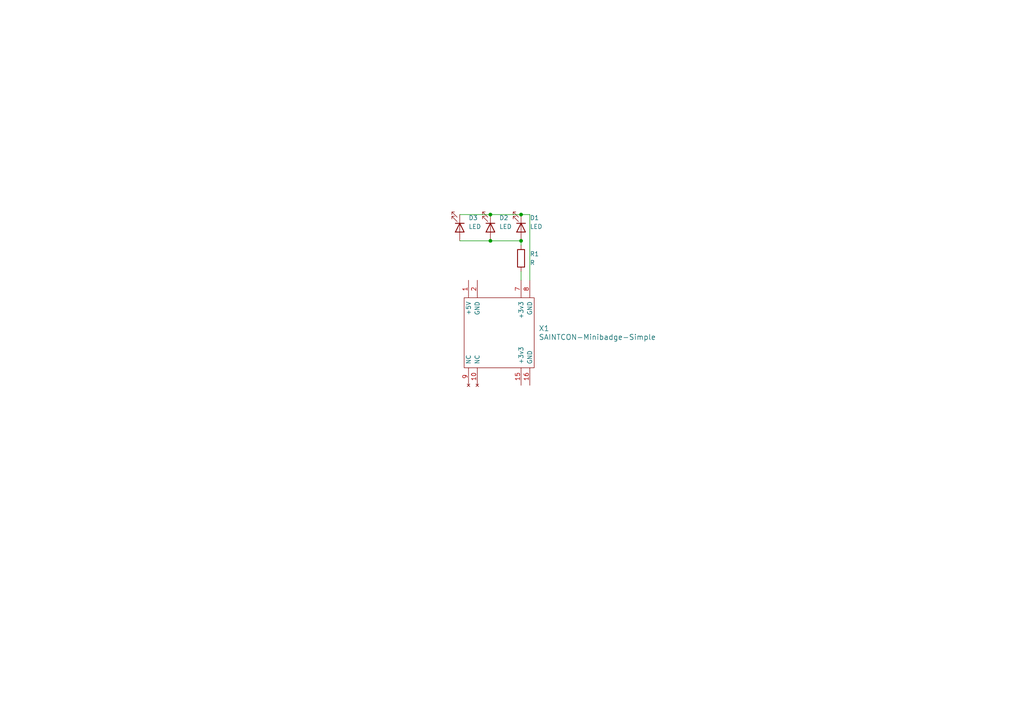
<source format=kicad_sch>
(kicad_sch
	(version 20231120)
	(generator "eeschema")
	(generator_version "8.0")
	(uuid "1e97f6ac-24fe-4635-889a-d89a0466b0ca")
	(paper "A4")
	(lib_symbols
		(symbol "Device:LED"
			(pin_numbers hide)
			(pin_names
				(offset 1.016) hide)
			(exclude_from_sim no)
			(in_bom yes)
			(on_board yes)
			(property "Reference" "D"
				(at 0 2.54 0)
				(effects
					(font
						(size 1.27 1.27)
					)
				)
			)
			(property "Value" "LED"
				(at 0 -2.54 0)
				(effects
					(font
						(size 1.27 1.27)
					)
				)
			)
			(property "Footprint" ""
				(at 0 0 0)
				(effects
					(font
						(size 1.27 1.27)
					)
					(hide yes)
				)
			)
			(property "Datasheet" "~"
				(at 0 0 0)
				(effects
					(font
						(size 1.27 1.27)
					)
					(hide yes)
				)
			)
			(property "Description" "Light emitting diode"
				(at 0 0 0)
				(effects
					(font
						(size 1.27 1.27)
					)
					(hide yes)
				)
			)
			(property "ki_keywords" "LED diode"
				(at 0 0 0)
				(effects
					(font
						(size 1.27 1.27)
					)
					(hide yes)
				)
			)
			(property "ki_fp_filters" "LED* LED_SMD:* LED_THT:*"
				(at 0 0 0)
				(effects
					(font
						(size 1.27 1.27)
					)
					(hide yes)
				)
			)
			(symbol "LED_0_1"
				(polyline
					(pts
						(xy -1.27 -1.27) (xy -1.27 1.27)
					)
					(stroke
						(width 0.254)
						(type default)
					)
					(fill
						(type none)
					)
				)
				(polyline
					(pts
						(xy -1.27 0) (xy 1.27 0)
					)
					(stroke
						(width 0)
						(type default)
					)
					(fill
						(type none)
					)
				)
				(polyline
					(pts
						(xy 1.27 -1.27) (xy 1.27 1.27) (xy -1.27 0) (xy 1.27 -1.27)
					)
					(stroke
						(width 0.254)
						(type default)
					)
					(fill
						(type none)
					)
				)
				(polyline
					(pts
						(xy -3.048 -0.762) (xy -4.572 -2.286) (xy -3.81 -2.286) (xy -4.572 -2.286) (xy -4.572 -1.524)
					)
					(stroke
						(width 0)
						(type default)
					)
					(fill
						(type none)
					)
				)
				(polyline
					(pts
						(xy -1.778 -0.762) (xy -3.302 -2.286) (xy -2.54 -2.286) (xy -3.302 -2.286) (xy -3.302 -1.524)
					)
					(stroke
						(width 0)
						(type default)
					)
					(fill
						(type none)
					)
				)
			)
			(symbol "LED_1_1"
				(pin passive line
					(at -3.81 0 0)
					(length 2.54)
					(name "K"
						(effects
							(font
								(size 1.27 1.27)
							)
						)
					)
					(number "1"
						(effects
							(font
								(size 1.27 1.27)
							)
						)
					)
				)
				(pin passive line
					(at 3.81 0 180)
					(length 2.54)
					(name "A"
						(effects
							(font
								(size 1.27 1.27)
							)
						)
					)
					(number "2"
						(effects
							(font
								(size 1.27 1.27)
							)
						)
					)
				)
			)
		)
		(symbol "Device:R"
			(pin_numbers hide)
			(pin_names
				(offset 0)
			)
			(exclude_from_sim no)
			(in_bom yes)
			(on_board yes)
			(property "Reference" "R"
				(at 2.032 0 90)
				(effects
					(font
						(size 1.27 1.27)
					)
				)
			)
			(property "Value" "R"
				(at 0 0 90)
				(effects
					(font
						(size 1.27 1.27)
					)
				)
			)
			(property "Footprint" ""
				(at -1.778 0 90)
				(effects
					(font
						(size 1.27 1.27)
					)
					(hide yes)
				)
			)
			(property "Datasheet" "~"
				(at 0 0 0)
				(effects
					(font
						(size 1.27 1.27)
					)
					(hide yes)
				)
			)
			(property "Description" "Resistor"
				(at 0 0 0)
				(effects
					(font
						(size 1.27 1.27)
					)
					(hide yes)
				)
			)
			(property "ki_keywords" "R res resistor"
				(at 0 0 0)
				(effects
					(font
						(size 1.27 1.27)
					)
					(hide yes)
				)
			)
			(property "ki_fp_filters" "R_*"
				(at 0 0 0)
				(effects
					(font
						(size 1.27 1.27)
					)
					(hide yes)
				)
			)
			(symbol "R_0_1"
				(rectangle
					(start -1.016 -2.54)
					(end 1.016 2.54)
					(stroke
						(width 0.254)
						(type default)
					)
					(fill
						(type none)
					)
				)
			)
			(symbol "R_1_1"
				(pin passive line
					(at 0 3.81 270)
					(length 1.27)
					(name "~"
						(effects
							(font
								(size 1.27 1.27)
							)
						)
					)
					(number "1"
						(effects
							(font
								(size 1.27 1.27)
							)
						)
					)
				)
				(pin passive line
					(at 0 -3.81 90)
					(length 1.27)
					(name "~"
						(effects
							(font
								(size 1.27 1.27)
							)
						)
					)
					(number "2"
						(effects
							(font
								(size 1.27 1.27)
							)
						)
					)
				)
			)
		)
		(symbol "saintcon-minibadge:SAINTCON-Minibadge-Simple"
			(pin_names
				(offset 1.016)
			)
			(exclude_from_sim no)
			(in_bom yes)
			(on_board yes)
			(property "Reference" "X"
				(at 11.43 8.89 0)
				(effects
					(font
						(size 1.524 1.524)
					)
					(justify left)
				)
			)
			(property "Value" "SAINTCON-Minibadge-Simple"
				(at 11.43 6.35 0)
				(effects
					(font
						(size 1.524 1.524)
					)
					(justify left)
				)
			)
			(property "Footprint" ""
				(at 0 1.27 0)
				(effects
					(font
						(size 1.524 1.524)
					)
					(hide yes)
				)
			)
			(property "Datasheet" ""
				(at 0 1.27 0)
				(effects
					(font
						(size 1.524 1.524)
					)
					(hide yes)
				)
			)
			(property "Description" ""
				(at 0 0 0)
				(effects
					(font
						(size 1.27 1.27)
					)
					(hide yes)
				)
			)
			(symbol "SAINTCON-Minibadge-Simple_0_1"
				(rectangle
					(start -10.16 10.16)
					(end 10.16 -10.16)
					(stroke
						(width 0)
						(type solid)
					)
					(fill
						(type none)
					)
				)
			)
			(symbol "SAINTCON-Minibadge-Simple_1_1"
				(pin power_in line
					(at -8.89 15.24 270)
					(length 5.08)
					(name "+5V"
						(effects
							(font
								(size 1.27 1.27)
							)
						)
					)
					(number "1"
						(effects
							(font
								(size 1.27 1.27)
							)
						)
					)
				)
				(pin no_connect line
					(at -6.35 -15.24 90)
					(length 5.08)
					(name "NC"
						(effects
							(font
								(size 1.27 1.27)
							)
						)
					)
					(number "10"
						(effects
							(font
								(size 1.27 1.27)
							)
						)
					)
				)
				(pin power_in line
					(at 6.35 -15.24 90)
					(length 5.08)
					(name "+3v3"
						(effects
							(font
								(size 1.27 1.27)
							)
						)
					)
					(number "15"
						(effects
							(font
								(size 1.27 1.27)
							)
						)
					)
				)
				(pin power_in line
					(at 8.89 -15.24 90)
					(length 5.08)
					(name "GND"
						(effects
							(font
								(size 1.27 1.27)
							)
						)
					)
					(number "16"
						(effects
							(font
								(size 1.27 1.27)
							)
						)
					)
				)
				(pin power_in line
					(at -6.35 15.24 270)
					(length 5.08)
					(name "GND"
						(effects
							(font
								(size 1.27 1.27)
							)
						)
					)
					(number "2"
						(effects
							(font
								(size 1.27 1.27)
							)
						)
					)
				)
				(pin power_in line
					(at 6.35 15.24 270)
					(length 5.08)
					(name "+3v3"
						(effects
							(font
								(size 1.27 1.27)
							)
						)
					)
					(number "7"
						(effects
							(font
								(size 1.27 1.27)
							)
						)
					)
				)
				(pin power_in line
					(at 8.89 15.24 270)
					(length 5.08)
					(name "GND"
						(effects
							(font
								(size 1.27 1.27)
							)
						)
					)
					(number "8"
						(effects
							(font
								(size 1.27 1.27)
							)
						)
					)
				)
				(pin no_connect line
					(at -8.89 -15.24 90)
					(length 5.08)
					(name "NC"
						(effects
							(font
								(size 1.27 1.27)
							)
						)
					)
					(number "9"
						(effects
							(font
								(size 1.27 1.27)
							)
						)
					)
				)
			)
		)
	)
	(junction
		(at 142.24 62.23)
		(diameter 0)
		(color 0 0 0 0)
		(uuid "1ae8d0bf-a4ff-4b5f-bf06-4117115dd78d")
	)
	(junction
		(at 151.13 62.23)
		(diameter 0)
		(color 0 0 0 0)
		(uuid "540d9c13-4e99-4857-8f0e-c07575053836")
	)
	(junction
		(at 142.24 69.85)
		(diameter 0)
		(color 0 0 0 0)
		(uuid "c3ce999a-5c87-4397-a21a-bbeaca9e1b37")
	)
	(junction
		(at 151.13 69.85)
		(diameter 0)
		(color 0 0 0 0)
		(uuid "ee3556ca-1403-4f79-966f-fb64b068e154")
	)
	(wire
		(pts
			(xy 142.24 62.23) (xy 151.13 62.23)
		)
		(stroke
			(width 0)
			(type default)
		)
		(uuid "69719fe8-c262-4acc-923f-68657161fdc3")
	)
	(wire
		(pts
			(xy 151.13 69.85) (xy 151.13 71.12)
		)
		(stroke
			(width 0)
			(type default)
		)
		(uuid "738055c9-8f22-4c41-86ab-007b305fd2e4")
	)
	(wire
		(pts
			(xy 151.13 62.23) (xy 153.67 62.23)
		)
		(stroke
			(width 0)
			(type default)
		)
		(uuid "7973b6a2-f169-41da-8cc1-fb12a610340b")
	)
	(wire
		(pts
			(xy 133.35 69.85) (xy 142.24 69.85)
		)
		(stroke
			(width 0)
			(type default)
		)
		(uuid "7abed98a-e763-4bb4-8e41-09c12533883b")
	)
	(wire
		(pts
			(xy 151.13 78.74) (xy 151.13 81.28)
		)
		(stroke
			(width 0)
			(type default)
		)
		(uuid "7fe26b1e-9e7f-4fe9-a711-db14527b0d28")
	)
	(wire
		(pts
			(xy 142.24 69.85) (xy 151.13 69.85)
		)
		(stroke
			(width 0)
			(type default)
		)
		(uuid "8912e61c-1b9f-442a-8447-1bc6c4050c95")
	)
	(wire
		(pts
			(xy 133.35 62.23) (xy 142.24 62.23)
		)
		(stroke
			(width 0)
			(type default)
		)
		(uuid "b8c89740-07d8-40e0-85d4-4da967171c23")
	)
	(wire
		(pts
			(xy 153.67 62.23) (xy 153.67 81.28)
		)
		(stroke
			(width 0)
			(type default)
		)
		(uuid "f9bd79b9-e41b-4ef4-9899-97524b1b8496")
	)
	(symbol
		(lib_id "Device:LED")
		(at 151.13 66.04 270)
		(unit 1)
		(exclude_from_sim no)
		(in_bom yes)
		(on_board yes)
		(dnp no)
		(fields_autoplaced yes)
		(uuid "59d41298-3e8f-4055-8fa2-10d0ce7dffbd")
		(property "Reference" "D1"
			(at 153.67 63.1825 90)
			(effects
				(font
					(size 1.27 1.27)
				)
				(justify left)
			)
		)
		(property "Value" "LED"
			(at 153.67 65.7225 90)
			(effects
				(font
					(size 1.27 1.27)
				)
				(justify left)
			)
		)
		(property "Footprint" "LED_SMD:LED_1206_3216Metric_Pad1.42x1.75mm_HandSolder"
			(at 151.13 66.04 0)
			(effects
				(font
					(size 1.27 1.27)
				)
				(hide yes)
			)
		)
		(property "Datasheet" "~"
			(at 151.13 66.04 0)
			(effects
				(font
					(size 1.27 1.27)
				)
				(hide yes)
			)
		)
		(property "Description" ""
			(at 151.13 66.04 0)
			(effects
				(font
					(size 1.27 1.27)
				)
				(hide yes)
			)
		)
		(pin "2"
			(uuid "a512c71c-795e-44d7-bedb-bae8dac29af2")
		)
		(pin "1"
			(uuid "8a266663-8206-4173-8a54-57c44524f28f")
		)
		(instances
			(project "pips_first_minibadge"
				(path "/1e97f6ac-24fe-4635-889a-d89a0466b0ca"
					(reference "D1")
					(unit 1)
				)
			)
		)
	)
	(symbol
		(lib_id "saintcon-minibadge:SAINTCON-Minibadge-Simple")
		(at 144.78 96.52 0)
		(unit 1)
		(exclude_from_sim no)
		(in_bom yes)
		(on_board yes)
		(dnp no)
		(fields_autoplaced yes)
		(uuid "7a838f78-7fa3-4d7f-9970-89af40a2dee4")
		(property "Reference" "X1"
			(at 156.21 95.25 0)
			(effects
				(font
					(size 1.524 1.524)
				)
				(justify left)
			)
		)
		(property "Value" "SAINTCON-Minibadge-Simple"
			(at 156.21 97.79 0)
			(effects
				(font
					(size 1.524 1.524)
				)
				(justify left)
			)
		)
		(property "Footprint" "minibadge_kicad:SAINTCON-Minibadge-Simple"
			(at 144.78 95.25 0)
			(effects
				(font
					(size 1.524 1.524)
				)
				(hide yes)
			)
		)
		(property "Datasheet" ""
			(at 144.78 95.25 0)
			(effects
				(font
					(size 1.524 1.524)
				)
				(hide yes)
			)
		)
		(property "Description" ""
			(at 144.78 96.52 0)
			(effects
				(font
					(size 1.27 1.27)
				)
				(hide yes)
			)
		)
		(pin "15"
			(uuid "91402f9d-445e-4522-9a31-aa5a6b6f36e7")
		)
		(pin "2"
			(uuid "b2895238-870e-45c9-9a99-ff32b2231843")
		)
		(pin "1"
			(uuid "df98a06c-028b-4562-b77e-b3dca3ec1a9f")
		)
		(pin "10"
			(uuid "2bd3b091-3563-477b-9a0a-6e2a4580687c")
		)
		(pin "8"
			(uuid "a533011d-f0b0-4fe3-a0af-19edd55babc3")
		)
		(pin "9"
			(uuid "4f6b95cb-8bb3-4365-96e8-81aeaa000492")
		)
		(pin "16"
			(uuid "34f8720f-6be2-4da3-9a38-e6491a1a5905")
		)
		(pin "7"
			(uuid "545e8160-0bf6-4d33-9de2-e7edb3268e5d")
		)
		(instances
			(project "pips_first_minibadge"
				(path "/1e97f6ac-24fe-4635-889a-d89a0466b0ca"
					(reference "X1")
					(unit 1)
				)
			)
		)
	)
	(symbol
		(lib_id "Device:R")
		(at 151.13 74.93 180)
		(unit 1)
		(exclude_from_sim no)
		(in_bom yes)
		(on_board yes)
		(dnp no)
		(fields_autoplaced yes)
		(uuid "92ff3020-58fa-429b-b591-82683a8051bb")
		(property "Reference" "R1"
			(at 153.67 73.66 0)
			(effects
				(font
					(size 1.27 1.27)
				)
				(justify right)
			)
		)
		(property "Value" "R"
			(at 153.67 76.2 0)
			(effects
				(font
					(size 1.27 1.27)
				)
				(justify right)
			)
		)
		(property "Footprint" "Resistor_SMD:R_1206_3216Metric_Pad1.30x1.75mm_HandSolder"
			(at 152.908 74.93 90)
			(effects
				(font
					(size 1.27 1.27)
				)
				(hide yes)
			)
		)
		(property "Datasheet" "~"
			(at 151.13 74.93 0)
			(effects
				(font
					(size 1.27 1.27)
				)
				(hide yes)
			)
		)
		(property "Description" ""
			(at 151.13 74.93 0)
			(effects
				(font
					(size 1.27 1.27)
				)
				(hide yes)
			)
		)
		(pin "2"
			(uuid "9d8669ff-ab8f-4f3a-a456-b5931635fb71")
		)
		(pin "1"
			(uuid "82772d41-8d44-4198-bb7d-d362f6004dda")
		)
		(instances
			(project "pips_first_minibadge"
				(path "/1e97f6ac-24fe-4635-889a-d89a0466b0ca"
					(reference "R1")
					(unit 1)
				)
			)
		)
	)
	(symbol
		(lib_id "Device:LED")
		(at 133.35 66.04 270)
		(unit 1)
		(exclude_from_sim no)
		(in_bom yes)
		(on_board yes)
		(dnp no)
		(fields_autoplaced yes)
		(uuid "b66b8e5a-8740-44b9-ae54-1efe1d9bbaab")
		(property "Reference" "D3"
			(at 135.89 63.1825 90)
			(effects
				(font
					(size 1.27 1.27)
				)
				(justify left)
			)
		)
		(property "Value" "LED"
			(at 135.89 65.7225 90)
			(effects
				(font
					(size 1.27 1.27)
				)
				(justify left)
			)
		)
		(property "Footprint" "LED_SMD:LED_1206_3216Metric_Pad1.42x1.75mm_HandSolder"
			(at 133.35 66.04 0)
			(effects
				(font
					(size 1.27 1.27)
				)
				(hide yes)
			)
		)
		(property "Datasheet" "~"
			(at 133.35 66.04 0)
			(effects
				(font
					(size 1.27 1.27)
				)
				(hide yes)
			)
		)
		(property "Description" ""
			(at 133.35 66.04 0)
			(effects
				(font
					(size 1.27 1.27)
				)
				(hide yes)
			)
		)
		(pin "2"
			(uuid "42745174-f32d-42be-bacf-2665f434f064")
		)
		(pin "1"
			(uuid "b3975963-c9d6-4cc8-8be3-a28ff996bd69")
		)
		(instances
			(project "I almost DIED at the CheckPoint party"
				(path "/1e97f6ac-24fe-4635-889a-d89a0466b0ca"
					(reference "D3")
					(unit 1)
				)
			)
		)
	)
	(symbol
		(lib_id "Device:LED")
		(at 142.24 66.04 270)
		(unit 1)
		(exclude_from_sim no)
		(in_bom yes)
		(on_board yes)
		(dnp no)
		(fields_autoplaced yes)
		(uuid "fd4c9631-2812-427b-a521-6bd6851c52d6")
		(property "Reference" "D2"
			(at 144.78 63.1825 90)
			(effects
				(font
					(size 1.27 1.27)
				)
				(justify left)
			)
		)
		(property "Value" "LED"
			(at 144.78 65.7225 90)
			(effects
				(font
					(size 1.27 1.27)
				)
				(justify left)
			)
		)
		(property "Footprint" "LED_SMD:LED_1206_3216Metric_Pad1.42x1.75mm_HandSolder"
			(at 142.24 66.04 0)
			(effects
				(font
					(size 1.27 1.27)
				)
				(hide yes)
			)
		)
		(property "Datasheet" "~"
			(at 142.24 66.04 0)
			(effects
				(font
					(size 1.27 1.27)
				)
				(hide yes)
			)
		)
		(property "Description" ""
			(at 142.24 66.04 0)
			(effects
				(font
					(size 1.27 1.27)
				)
				(hide yes)
			)
		)
		(pin "2"
			(uuid "302b59d0-8ba5-48e6-8e36-92e8cd691d23")
		)
		(pin "1"
			(uuid "ed71683e-4f1c-40c2-ad9c-e65a20f418b1")
		)
		(instances
			(project "I almost DIED at the CheckPoint party"
				(path "/1e97f6ac-24fe-4635-889a-d89a0466b0ca"
					(reference "D2")
					(unit 1)
				)
			)
		)
	)
	(sheet_instances
		(path "/"
			(page "1")
		)
	)
)

</source>
